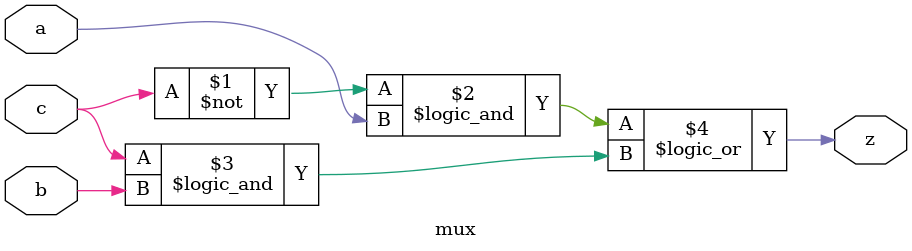
<source format=v>
`timescale 1ns/1ps

module mux (
	input a ,
	input b,
	input c,
	output wire z

);

	assign z = (~c && a) || (c && b); 

endmodule

</source>
